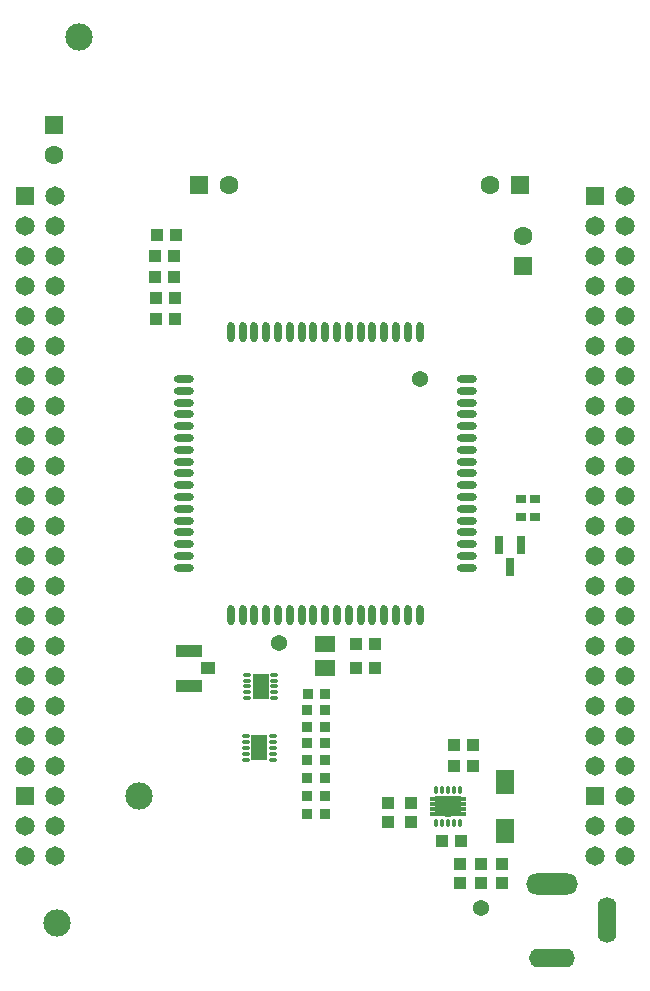
<source format=gts>
%FSLAX25Y25*%
%MOIN*%
G70*
G01*
G75*
G04 Layer_Color=8388736*
%ADD10R,0.03937X0.03740*%
%ADD11O,0.06299X0.02362*%
%ADD12O,0.02362X0.06299*%
%ADD13R,0.03150X0.02362*%
%ADD14R,0.08661X0.03937*%
%ADD15R,0.04724X0.03937*%
%ADD16O,0.02362X0.00984*%
%ADD17R,0.04724X0.07874*%
%ADD18R,0.03150X0.03150*%
%ADD19R,0.06300X0.05000*%
%ADD20R,0.05906X0.07480*%
%ADD21O,0.00945X0.02362*%
%ADD22R,0.08465X0.06693*%
%ADD23R,0.03740X0.03937*%
%ADD24R,0.02362X0.05906*%
%ADD25C,0.04500*%
%ADD26C,0.03500*%
%ADD27C,0.02000*%
%ADD28C,0.01000*%
%ADD29C,0.06300*%
%ADD30C,0.04000*%
%ADD31C,0.06500*%
%ADD32C,0.06000*%
%ADD33C,0.02200*%
%ADD34R,0.01732X0.00787*%
%ADD35C,0.06000*%
%ADD36O,0.16929X0.06693*%
%ADD37O,0.05906X0.14961*%
%ADD38O,0.14961X0.05906*%
%ADD39C,0.05906*%
%ADD40R,0.05906X0.05906*%
%ADD41C,0.08700*%
%ADD42C,0.06496*%
%ADD43R,0.06496X0.06496*%
%ADD44R,0.05906X0.05906*%
%ADD45C,0.05000*%
%ADD46C,0.02000*%
%ADD47C,0.01969*%
%ADD48R,0.11024X0.03937*%
%ADD49R,0.07284X0.05118*%
%ADD50R,0.07717X0.12402*%
%ADD51R,0.08500X0.10799*%
%ADD52R,0.20866X0.06299*%
%ADD53R,0.12598X0.04134*%
%ADD54R,0.32677X0.41142*%
%ADD55R,0.20079X0.70079*%
%ADD56C,0.01500*%
%ADD57C,0.00799*%
%ADD58C,0.00984*%
%ADD59C,0.00700*%
%ADD60C,0.00701*%
%ADD61C,0.00787*%
%ADD62C,0.00669*%
%ADD63C,0.00800*%
%ADD64C,0.00600*%
%ADD65R,0.00886X0.03937*%
%ADD66R,0.04000X0.02000*%
%ADD67R,0.02000X0.04000*%
%ADD68R,0.10350X0.01000*%
%ADD69R,0.01000X0.11000*%
%ADD70R,0.04433X0.07043*%
%ADD71R,0.02362X0.02756*%
%ADD72R,0.03839X0.06102*%
%ADD73R,0.00000X0.03150*%
%ADD74R,0.00000X0.00000*%
%ADD75R,0.04337X0.04140*%
%ADD76O,0.06699X0.02762*%
%ADD77O,0.02762X0.06699*%
%ADD78R,0.03550X0.02762*%
%ADD79R,0.09061X0.04337*%
%ADD80R,0.05124X0.04337*%
%ADD81O,0.02762X0.01384*%
%ADD82R,0.05124X0.08274*%
%ADD83R,0.03550X0.03550*%
%ADD84R,0.06700X0.05400*%
%ADD85R,0.06306X0.07880*%
%ADD86O,0.01345X0.02762*%
%ADD87R,0.08865X0.07093*%
%ADD88R,0.04140X0.04337*%
%ADD89R,0.02762X0.06306*%
%ADD90R,0.02132X0.01187*%
%ADD91O,0.17329X0.07093*%
%ADD92O,0.06306X0.15361*%
%ADD93O,0.15361X0.06306*%
%ADD94C,0.06306*%
%ADD95R,0.06306X0.06306*%
%ADD96C,0.09100*%
%ADD97R,0.06306X0.06306*%
%ADD98C,0.05400*%
%ADD99C,0.02369*%
%ADD100C,0.02362*%
G36*
X88612Y-238663D02*
Y-240237D01*
Y-241763D01*
Y-243337D01*
Y-245187D01*
X83388D01*
Y-243337D01*
Y-241763D01*
Y-240237D01*
Y-238663D01*
Y-236813D01*
X88612D01*
Y-238663D01*
D02*
G37*
G36*
X88112Y-259163D02*
Y-260737D01*
Y-262263D01*
Y-263837D01*
Y-265687D01*
X82888D01*
Y-263837D01*
Y-262263D01*
Y-260737D01*
Y-259163D01*
Y-257313D01*
X88112D01*
Y-259163D01*
D02*
G37*
%LPC*%
G36*
X86287Y-262263D02*
X84713D01*
Y-263837D01*
X86287D01*
Y-262263D01*
D02*
G37*
G36*
X86787Y-238663D02*
X85213D01*
Y-240237D01*
X86787D01*
Y-238663D01*
D02*
G37*
G36*
Y-241763D02*
X85213D01*
Y-243337D01*
X86787D01*
Y-241763D01*
D02*
G37*
G36*
X86287Y-259163D02*
X84713D01*
Y-260737D01*
X86287D01*
Y-259163D01*
D02*
G37*
%LPD*%
D42*
X17500Y-167500D02*
D03*
X7500D02*
D03*
X17500Y-157500D02*
D03*
X7500D02*
D03*
X17500Y-147500D02*
D03*
X7500D02*
D03*
X17500Y-77500D02*
D03*
X7500Y-87500D02*
D03*
X17500D02*
D03*
X7500Y-97500D02*
D03*
X17500D02*
D03*
X7500Y-107500D02*
D03*
X17500D02*
D03*
X7500Y-117500D02*
D03*
X17500D02*
D03*
X7500Y-127500D02*
D03*
X17500D02*
D03*
X7500Y-137500D02*
D03*
X17500D02*
D03*
X7500Y-177500D02*
D03*
X17500D02*
D03*
X7500Y-187500D02*
D03*
X17500D02*
D03*
X7500Y-197500D02*
D03*
X17500D02*
D03*
X7500Y-207500D02*
D03*
X17500D02*
D03*
X7500Y-217500D02*
D03*
X17500D02*
D03*
X7500Y-227500D02*
D03*
X17500D02*
D03*
X7500Y-237500D02*
D03*
X17500D02*
D03*
X7500Y-247500D02*
D03*
X17500D02*
D03*
X7500Y-257500D02*
D03*
X17500D02*
D03*
X7500Y-267500D02*
D03*
X17500D02*
D03*
X207500Y-167500D02*
D03*
X197500D02*
D03*
X207500Y-157500D02*
D03*
X197500D02*
D03*
X207500Y-147500D02*
D03*
X197500D02*
D03*
X207500Y-77500D02*
D03*
X197500Y-87500D02*
D03*
X207500D02*
D03*
X197500Y-97500D02*
D03*
X207500D02*
D03*
X197500Y-107500D02*
D03*
X207500D02*
D03*
X197500Y-117500D02*
D03*
X207500D02*
D03*
X197500Y-127500D02*
D03*
X207500D02*
D03*
X197500Y-137500D02*
D03*
X207500D02*
D03*
X197500Y-177500D02*
D03*
X207500D02*
D03*
X197500Y-187500D02*
D03*
X207500D02*
D03*
X197500Y-197500D02*
D03*
X207500D02*
D03*
X197500Y-207500D02*
D03*
X207500D02*
D03*
X197500Y-217500D02*
D03*
X207500D02*
D03*
X197500Y-227500D02*
D03*
X207500D02*
D03*
X197500Y-237500D02*
D03*
X207500D02*
D03*
X197500Y-247500D02*
D03*
X207500D02*
D03*
X197500Y-257500D02*
D03*
X207500D02*
D03*
X197500Y-267500D02*
D03*
X207500D02*
D03*
Y-297500D02*
D03*
X197500D02*
D03*
X207500Y-287500D02*
D03*
X197500D02*
D03*
X207500Y-277500D02*
D03*
X17500Y-297500D02*
D03*
X7500D02*
D03*
X17500Y-287500D02*
D03*
X7500D02*
D03*
X17500Y-277500D02*
D03*
D43*
X7500Y-77500D02*
D03*
X197500D02*
D03*
Y-277500D02*
D03*
X7500D02*
D03*
D75*
X57299Y-111500D02*
D03*
X51000D02*
D03*
X50850Y-104500D02*
D03*
X57150D02*
D03*
X50850Y-97500D02*
D03*
X57150D02*
D03*
X51350Y-90500D02*
D03*
X57650D02*
D03*
X124000Y-227000D02*
D03*
X117701D02*
D03*
X124150Y-235000D02*
D03*
X117850D02*
D03*
X57299Y-118500D02*
D03*
X51000D02*
D03*
X150500Y-260500D02*
D03*
X156799D02*
D03*
X150500Y-267500D02*
D03*
X156799D02*
D03*
X152650Y-292500D02*
D03*
X146350D02*
D03*
D76*
X154744Y-201496D02*
D03*
Y-197559D02*
D03*
Y-193622D02*
D03*
Y-189685D02*
D03*
Y-185748D02*
D03*
Y-181811D02*
D03*
Y-177874D02*
D03*
Y-173937D02*
D03*
Y-170000D02*
D03*
Y-166063D02*
D03*
Y-162126D02*
D03*
Y-158189D02*
D03*
Y-154252D02*
D03*
Y-150315D02*
D03*
Y-146378D02*
D03*
Y-142441D02*
D03*
Y-138504D02*
D03*
X60256D02*
D03*
Y-142441D02*
D03*
Y-146378D02*
D03*
Y-150315D02*
D03*
Y-154252D02*
D03*
Y-158189D02*
D03*
Y-162126D02*
D03*
Y-166063D02*
D03*
Y-170000D02*
D03*
Y-173937D02*
D03*
Y-177874D02*
D03*
Y-181811D02*
D03*
Y-185748D02*
D03*
Y-189685D02*
D03*
Y-193622D02*
D03*
Y-197559D02*
D03*
Y-201496D02*
D03*
D77*
X138996Y-122756D02*
D03*
X135059D02*
D03*
X131122D02*
D03*
X127185D02*
D03*
X123248D02*
D03*
X119311D02*
D03*
X115374D02*
D03*
X111437D02*
D03*
X107500D02*
D03*
X103563D02*
D03*
X99626D02*
D03*
X95689D02*
D03*
X91752D02*
D03*
X87815D02*
D03*
X83878D02*
D03*
X79941D02*
D03*
X76004D02*
D03*
Y-217244D02*
D03*
X79941D02*
D03*
X83878D02*
D03*
X87815D02*
D03*
X91752D02*
D03*
X95689D02*
D03*
X99626D02*
D03*
X103563D02*
D03*
X107500D02*
D03*
X111437D02*
D03*
X115374D02*
D03*
X119311D02*
D03*
X123248D02*
D03*
X127185D02*
D03*
X131122D02*
D03*
X135059D02*
D03*
X138996D02*
D03*
D78*
X172638Y-184500D02*
D03*
X177362D02*
D03*
X177362Y-178500D02*
D03*
X172638D02*
D03*
D79*
X62000Y-240905D02*
D03*
Y-229095D02*
D03*
D80*
X68500Y-235000D02*
D03*
D81*
X81472Y-237063D02*
D03*
Y-239032D02*
D03*
Y-241000D02*
D03*
Y-242969D02*
D03*
Y-244937D02*
D03*
X90528D02*
D03*
Y-242969D02*
D03*
Y-241000D02*
D03*
Y-239032D02*
D03*
Y-237063D02*
D03*
X80972Y-257563D02*
D03*
Y-259531D02*
D03*
Y-261500D02*
D03*
Y-263469D02*
D03*
Y-265437D02*
D03*
X90028D02*
D03*
Y-263469D02*
D03*
Y-261500D02*
D03*
Y-259531D02*
D03*
Y-257563D02*
D03*
D82*
X86000Y-241000D02*
D03*
X85500Y-261500D02*
D03*
D83*
X107453Y-265500D02*
D03*
X101547D02*
D03*
X107453Y-271500D02*
D03*
X101547D02*
D03*
X107453Y-249000D02*
D03*
X101547D02*
D03*
X107500Y-243500D02*
D03*
X101594D02*
D03*
X107453Y-283500D02*
D03*
X101547D02*
D03*
X107453Y-277500D02*
D03*
X101547D02*
D03*
X107453Y-260000D02*
D03*
X101547D02*
D03*
X107453Y-254500D02*
D03*
X101547D02*
D03*
D84*
X107350Y-227000D02*
D03*
Y-235000D02*
D03*
D85*
X167500Y-289071D02*
D03*
Y-272929D02*
D03*
D86*
X144563Y-286512D02*
D03*
X146531D02*
D03*
X150469D02*
D03*
X148500D02*
D03*
X152437D02*
D03*
Y-275488D02*
D03*
X148500D02*
D03*
X150469D02*
D03*
X146531D02*
D03*
X144563D02*
D03*
D87*
X148500Y-281000D02*
D03*
D88*
X166500Y-300201D02*
D03*
Y-306500D02*
D03*
X159500Y-300201D02*
D03*
Y-306500D02*
D03*
X152500Y-300201D02*
D03*
Y-306500D02*
D03*
X128500Y-286150D02*
D03*
Y-279850D02*
D03*
X136000Y-279850D02*
D03*
Y-286150D02*
D03*
D89*
X169000Y-201240D02*
D03*
X165260Y-193760D02*
D03*
X172740D02*
D03*
D90*
X143461Y-278638D02*
D03*
X143460Y-280213D02*
D03*
Y-281787D02*
D03*
X143461Y-283363D02*
D03*
X153539D02*
D03*
X153539Y-281787D02*
D03*
Y-280213D02*
D03*
X153539Y-278638D02*
D03*
D91*
X183000Y-306900D02*
D03*
D92*
X201504Y-318700D02*
D03*
D93*
X183000Y-331500D02*
D03*
D94*
X162500Y-74000D02*
D03*
X75500D02*
D03*
X17000Y-64000D02*
D03*
X173500Y-91000D02*
D03*
D95*
X172500Y-74000D02*
D03*
X65500D02*
D03*
D96*
X45500Y-277500D02*
D03*
X25500Y-24500D02*
D03*
X18000Y-320000D02*
D03*
D97*
X17000Y-54000D02*
D03*
X173500Y-101000D02*
D03*
D98*
X159500Y-315000D02*
D03*
X139000Y-138500D02*
D03*
X92000Y-226500D02*
D03*
D99*
X86000Y-242550D02*
D03*
Y-239450D02*
D03*
X85500Y-263050D02*
D03*
Y-259950D02*
D03*
X148500Y-283362D02*
D03*
D100*
X145252Y-281000D02*
D03*
X148500Y-278638D02*
D03*
X151748Y-281000D02*
D03*
M02*

</source>
